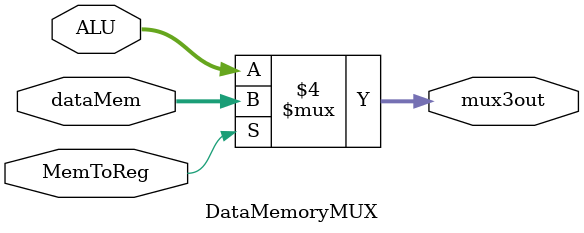
<source format=v>
module DataMemoryMUX(
input [15:0] dataMem,
input [15:0] ALU,
input MemToReg,
output reg [15:0] mux3out
);

always @(MemToReg | ALU) begin //change this to include dataMem
if (MemToReg == 1) begin
mux3out = dataMem;
end
else begin
mux3out = ALU;
end
end

endmodule
</source>
